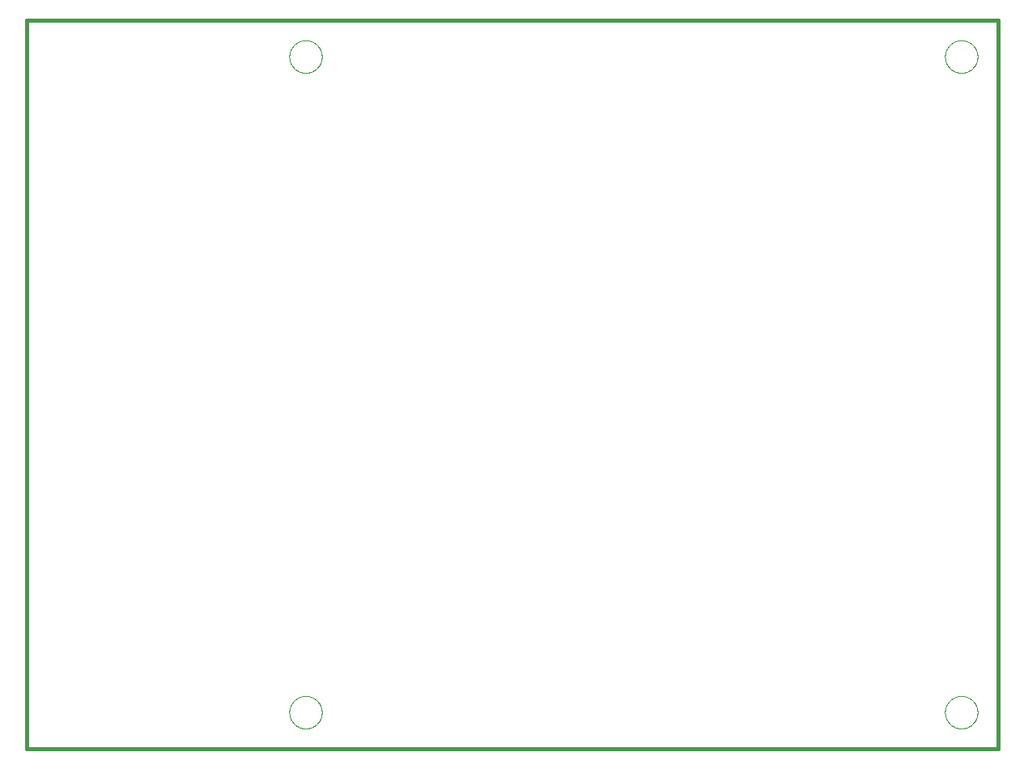
<source format=gko>
G75*
%MOIN*%
%OFA0B0*%
%FSLAX25Y25*%
%IPPOS*%
%LPD*%
%AMOC8*
5,1,8,0,0,1.08239X$1,22.5*
%
%ADD10C,0.00000*%
%ADD11C,0.01600*%
%ADD12C,0.01500*%
D10*
X0110800Y0016800D02*
X0110802Y0016964D01*
X0110808Y0017129D01*
X0110818Y0017293D01*
X0110832Y0017457D01*
X0110850Y0017620D01*
X0110873Y0017783D01*
X0110899Y0017945D01*
X0110929Y0018107D01*
X0110963Y0018268D01*
X0111001Y0018428D01*
X0111043Y0018587D01*
X0111088Y0018745D01*
X0111138Y0018902D01*
X0111192Y0019057D01*
X0111249Y0019211D01*
X0111310Y0019364D01*
X0111375Y0019515D01*
X0111443Y0019665D01*
X0111515Y0019812D01*
X0111591Y0019958D01*
X0111670Y0020102D01*
X0111753Y0020244D01*
X0111839Y0020384D01*
X0111929Y0020522D01*
X0112022Y0020658D01*
X0112119Y0020791D01*
X0112218Y0020922D01*
X0112321Y0021050D01*
X0112427Y0021176D01*
X0112536Y0021299D01*
X0112648Y0021420D01*
X0112762Y0021538D01*
X0112880Y0021652D01*
X0113001Y0021764D01*
X0113124Y0021873D01*
X0113250Y0021979D01*
X0113378Y0022082D01*
X0113509Y0022181D01*
X0113642Y0022278D01*
X0113778Y0022371D01*
X0113916Y0022461D01*
X0114056Y0022547D01*
X0114198Y0022630D01*
X0114342Y0022709D01*
X0114488Y0022785D01*
X0114635Y0022857D01*
X0114785Y0022925D01*
X0114936Y0022990D01*
X0115089Y0023051D01*
X0115243Y0023108D01*
X0115398Y0023162D01*
X0115555Y0023212D01*
X0115713Y0023257D01*
X0115872Y0023299D01*
X0116032Y0023337D01*
X0116193Y0023371D01*
X0116355Y0023401D01*
X0116517Y0023427D01*
X0116680Y0023450D01*
X0116843Y0023468D01*
X0117007Y0023482D01*
X0117171Y0023492D01*
X0117336Y0023498D01*
X0117500Y0023500D01*
X0117664Y0023498D01*
X0117829Y0023492D01*
X0117993Y0023482D01*
X0118157Y0023468D01*
X0118320Y0023450D01*
X0118483Y0023427D01*
X0118645Y0023401D01*
X0118807Y0023371D01*
X0118968Y0023337D01*
X0119128Y0023299D01*
X0119287Y0023257D01*
X0119445Y0023212D01*
X0119602Y0023162D01*
X0119757Y0023108D01*
X0119911Y0023051D01*
X0120064Y0022990D01*
X0120215Y0022925D01*
X0120365Y0022857D01*
X0120512Y0022785D01*
X0120658Y0022709D01*
X0120802Y0022630D01*
X0120944Y0022547D01*
X0121084Y0022461D01*
X0121222Y0022371D01*
X0121358Y0022278D01*
X0121491Y0022181D01*
X0121622Y0022082D01*
X0121750Y0021979D01*
X0121876Y0021873D01*
X0121999Y0021764D01*
X0122120Y0021652D01*
X0122238Y0021538D01*
X0122352Y0021420D01*
X0122464Y0021299D01*
X0122573Y0021176D01*
X0122679Y0021050D01*
X0122782Y0020922D01*
X0122881Y0020791D01*
X0122978Y0020658D01*
X0123071Y0020522D01*
X0123161Y0020384D01*
X0123247Y0020244D01*
X0123330Y0020102D01*
X0123409Y0019958D01*
X0123485Y0019812D01*
X0123557Y0019665D01*
X0123625Y0019515D01*
X0123690Y0019364D01*
X0123751Y0019211D01*
X0123808Y0019057D01*
X0123862Y0018902D01*
X0123912Y0018745D01*
X0123957Y0018587D01*
X0123999Y0018428D01*
X0124037Y0018268D01*
X0124071Y0018107D01*
X0124101Y0017945D01*
X0124127Y0017783D01*
X0124150Y0017620D01*
X0124168Y0017457D01*
X0124182Y0017293D01*
X0124192Y0017129D01*
X0124198Y0016964D01*
X0124200Y0016800D01*
X0124198Y0016636D01*
X0124192Y0016471D01*
X0124182Y0016307D01*
X0124168Y0016143D01*
X0124150Y0015980D01*
X0124127Y0015817D01*
X0124101Y0015655D01*
X0124071Y0015493D01*
X0124037Y0015332D01*
X0123999Y0015172D01*
X0123957Y0015013D01*
X0123912Y0014855D01*
X0123862Y0014698D01*
X0123808Y0014543D01*
X0123751Y0014389D01*
X0123690Y0014236D01*
X0123625Y0014085D01*
X0123557Y0013935D01*
X0123485Y0013788D01*
X0123409Y0013642D01*
X0123330Y0013498D01*
X0123247Y0013356D01*
X0123161Y0013216D01*
X0123071Y0013078D01*
X0122978Y0012942D01*
X0122881Y0012809D01*
X0122782Y0012678D01*
X0122679Y0012550D01*
X0122573Y0012424D01*
X0122464Y0012301D01*
X0122352Y0012180D01*
X0122238Y0012062D01*
X0122120Y0011948D01*
X0121999Y0011836D01*
X0121876Y0011727D01*
X0121750Y0011621D01*
X0121622Y0011518D01*
X0121491Y0011419D01*
X0121358Y0011322D01*
X0121222Y0011229D01*
X0121084Y0011139D01*
X0120944Y0011053D01*
X0120802Y0010970D01*
X0120658Y0010891D01*
X0120512Y0010815D01*
X0120365Y0010743D01*
X0120215Y0010675D01*
X0120064Y0010610D01*
X0119911Y0010549D01*
X0119757Y0010492D01*
X0119602Y0010438D01*
X0119445Y0010388D01*
X0119287Y0010343D01*
X0119128Y0010301D01*
X0118968Y0010263D01*
X0118807Y0010229D01*
X0118645Y0010199D01*
X0118483Y0010173D01*
X0118320Y0010150D01*
X0118157Y0010132D01*
X0117993Y0010118D01*
X0117829Y0010108D01*
X0117664Y0010102D01*
X0117500Y0010100D01*
X0117336Y0010102D01*
X0117171Y0010108D01*
X0117007Y0010118D01*
X0116843Y0010132D01*
X0116680Y0010150D01*
X0116517Y0010173D01*
X0116355Y0010199D01*
X0116193Y0010229D01*
X0116032Y0010263D01*
X0115872Y0010301D01*
X0115713Y0010343D01*
X0115555Y0010388D01*
X0115398Y0010438D01*
X0115243Y0010492D01*
X0115089Y0010549D01*
X0114936Y0010610D01*
X0114785Y0010675D01*
X0114635Y0010743D01*
X0114488Y0010815D01*
X0114342Y0010891D01*
X0114198Y0010970D01*
X0114056Y0011053D01*
X0113916Y0011139D01*
X0113778Y0011229D01*
X0113642Y0011322D01*
X0113509Y0011419D01*
X0113378Y0011518D01*
X0113250Y0011621D01*
X0113124Y0011727D01*
X0113001Y0011836D01*
X0112880Y0011948D01*
X0112762Y0012062D01*
X0112648Y0012180D01*
X0112536Y0012301D01*
X0112427Y0012424D01*
X0112321Y0012550D01*
X0112218Y0012678D01*
X0112119Y0012809D01*
X0112022Y0012942D01*
X0111929Y0013078D01*
X0111839Y0013216D01*
X0111753Y0013356D01*
X0111670Y0013498D01*
X0111591Y0013642D01*
X0111515Y0013788D01*
X0111443Y0013935D01*
X0111375Y0014085D01*
X0111310Y0014236D01*
X0111249Y0014389D01*
X0111192Y0014543D01*
X0111138Y0014698D01*
X0111088Y0014855D01*
X0111043Y0015013D01*
X0111001Y0015172D01*
X0110963Y0015332D01*
X0110929Y0015493D01*
X0110899Y0015655D01*
X0110873Y0015817D01*
X0110850Y0015980D01*
X0110832Y0016143D01*
X0110818Y0016307D01*
X0110808Y0016471D01*
X0110802Y0016636D01*
X0110800Y0016800D01*
X0380800Y0016800D02*
X0380802Y0016964D01*
X0380808Y0017129D01*
X0380818Y0017293D01*
X0380832Y0017457D01*
X0380850Y0017620D01*
X0380873Y0017783D01*
X0380899Y0017945D01*
X0380929Y0018107D01*
X0380963Y0018268D01*
X0381001Y0018428D01*
X0381043Y0018587D01*
X0381088Y0018745D01*
X0381138Y0018902D01*
X0381192Y0019057D01*
X0381249Y0019211D01*
X0381310Y0019364D01*
X0381375Y0019515D01*
X0381443Y0019665D01*
X0381515Y0019812D01*
X0381591Y0019958D01*
X0381670Y0020102D01*
X0381753Y0020244D01*
X0381839Y0020384D01*
X0381929Y0020522D01*
X0382022Y0020658D01*
X0382119Y0020791D01*
X0382218Y0020922D01*
X0382321Y0021050D01*
X0382427Y0021176D01*
X0382536Y0021299D01*
X0382648Y0021420D01*
X0382762Y0021538D01*
X0382880Y0021652D01*
X0383001Y0021764D01*
X0383124Y0021873D01*
X0383250Y0021979D01*
X0383378Y0022082D01*
X0383509Y0022181D01*
X0383642Y0022278D01*
X0383778Y0022371D01*
X0383916Y0022461D01*
X0384056Y0022547D01*
X0384198Y0022630D01*
X0384342Y0022709D01*
X0384488Y0022785D01*
X0384635Y0022857D01*
X0384785Y0022925D01*
X0384936Y0022990D01*
X0385089Y0023051D01*
X0385243Y0023108D01*
X0385398Y0023162D01*
X0385555Y0023212D01*
X0385713Y0023257D01*
X0385872Y0023299D01*
X0386032Y0023337D01*
X0386193Y0023371D01*
X0386355Y0023401D01*
X0386517Y0023427D01*
X0386680Y0023450D01*
X0386843Y0023468D01*
X0387007Y0023482D01*
X0387171Y0023492D01*
X0387336Y0023498D01*
X0387500Y0023500D01*
X0387664Y0023498D01*
X0387829Y0023492D01*
X0387993Y0023482D01*
X0388157Y0023468D01*
X0388320Y0023450D01*
X0388483Y0023427D01*
X0388645Y0023401D01*
X0388807Y0023371D01*
X0388968Y0023337D01*
X0389128Y0023299D01*
X0389287Y0023257D01*
X0389445Y0023212D01*
X0389602Y0023162D01*
X0389757Y0023108D01*
X0389911Y0023051D01*
X0390064Y0022990D01*
X0390215Y0022925D01*
X0390365Y0022857D01*
X0390512Y0022785D01*
X0390658Y0022709D01*
X0390802Y0022630D01*
X0390944Y0022547D01*
X0391084Y0022461D01*
X0391222Y0022371D01*
X0391358Y0022278D01*
X0391491Y0022181D01*
X0391622Y0022082D01*
X0391750Y0021979D01*
X0391876Y0021873D01*
X0391999Y0021764D01*
X0392120Y0021652D01*
X0392238Y0021538D01*
X0392352Y0021420D01*
X0392464Y0021299D01*
X0392573Y0021176D01*
X0392679Y0021050D01*
X0392782Y0020922D01*
X0392881Y0020791D01*
X0392978Y0020658D01*
X0393071Y0020522D01*
X0393161Y0020384D01*
X0393247Y0020244D01*
X0393330Y0020102D01*
X0393409Y0019958D01*
X0393485Y0019812D01*
X0393557Y0019665D01*
X0393625Y0019515D01*
X0393690Y0019364D01*
X0393751Y0019211D01*
X0393808Y0019057D01*
X0393862Y0018902D01*
X0393912Y0018745D01*
X0393957Y0018587D01*
X0393999Y0018428D01*
X0394037Y0018268D01*
X0394071Y0018107D01*
X0394101Y0017945D01*
X0394127Y0017783D01*
X0394150Y0017620D01*
X0394168Y0017457D01*
X0394182Y0017293D01*
X0394192Y0017129D01*
X0394198Y0016964D01*
X0394200Y0016800D01*
X0394198Y0016636D01*
X0394192Y0016471D01*
X0394182Y0016307D01*
X0394168Y0016143D01*
X0394150Y0015980D01*
X0394127Y0015817D01*
X0394101Y0015655D01*
X0394071Y0015493D01*
X0394037Y0015332D01*
X0393999Y0015172D01*
X0393957Y0015013D01*
X0393912Y0014855D01*
X0393862Y0014698D01*
X0393808Y0014543D01*
X0393751Y0014389D01*
X0393690Y0014236D01*
X0393625Y0014085D01*
X0393557Y0013935D01*
X0393485Y0013788D01*
X0393409Y0013642D01*
X0393330Y0013498D01*
X0393247Y0013356D01*
X0393161Y0013216D01*
X0393071Y0013078D01*
X0392978Y0012942D01*
X0392881Y0012809D01*
X0392782Y0012678D01*
X0392679Y0012550D01*
X0392573Y0012424D01*
X0392464Y0012301D01*
X0392352Y0012180D01*
X0392238Y0012062D01*
X0392120Y0011948D01*
X0391999Y0011836D01*
X0391876Y0011727D01*
X0391750Y0011621D01*
X0391622Y0011518D01*
X0391491Y0011419D01*
X0391358Y0011322D01*
X0391222Y0011229D01*
X0391084Y0011139D01*
X0390944Y0011053D01*
X0390802Y0010970D01*
X0390658Y0010891D01*
X0390512Y0010815D01*
X0390365Y0010743D01*
X0390215Y0010675D01*
X0390064Y0010610D01*
X0389911Y0010549D01*
X0389757Y0010492D01*
X0389602Y0010438D01*
X0389445Y0010388D01*
X0389287Y0010343D01*
X0389128Y0010301D01*
X0388968Y0010263D01*
X0388807Y0010229D01*
X0388645Y0010199D01*
X0388483Y0010173D01*
X0388320Y0010150D01*
X0388157Y0010132D01*
X0387993Y0010118D01*
X0387829Y0010108D01*
X0387664Y0010102D01*
X0387500Y0010100D01*
X0387336Y0010102D01*
X0387171Y0010108D01*
X0387007Y0010118D01*
X0386843Y0010132D01*
X0386680Y0010150D01*
X0386517Y0010173D01*
X0386355Y0010199D01*
X0386193Y0010229D01*
X0386032Y0010263D01*
X0385872Y0010301D01*
X0385713Y0010343D01*
X0385555Y0010388D01*
X0385398Y0010438D01*
X0385243Y0010492D01*
X0385089Y0010549D01*
X0384936Y0010610D01*
X0384785Y0010675D01*
X0384635Y0010743D01*
X0384488Y0010815D01*
X0384342Y0010891D01*
X0384198Y0010970D01*
X0384056Y0011053D01*
X0383916Y0011139D01*
X0383778Y0011229D01*
X0383642Y0011322D01*
X0383509Y0011419D01*
X0383378Y0011518D01*
X0383250Y0011621D01*
X0383124Y0011727D01*
X0383001Y0011836D01*
X0382880Y0011948D01*
X0382762Y0012062D01*
X0382648Y0012180D01*
X0382536Y0012301D01*
X0382427Y0012424D01*
X0382321Y0012550D01*
X0382218Y0012678D01*
X0382119Y0012809D01*
X0382022Y0012942D01*
X0381929Y0013078D01*
X0381839Y0013216D01*
X0381753Y0013356D01*
X0381670Y0013498D01*
X0381591Y0013642D01*
X0381515Y0013788D01*
X0381443Y0013935D01*
X0381375Y0014085D01*
X0381310Y0014236D01*
X0381249Y0014389D01*
X0381192Y0014543D01*
X0381138Y0014698D01*
X0381088Y0014855D01*
X0381043Y0015013D01*
X0381001Y0015172D01*
X0380963Y0015332D01*
X0380929Y0015493D01*
X0380899Y0015655D01*
X0380873Y0015817D01*
X0380850Y0015980D01*
X0380832Y0016143D01*
X0380818Y0016307D01*
X0380808Y0016471D01*
X0380802Y0016636D01*
X0380800Y0016800D01*
X0380800Y0286800D02*
X0380802Y0286964D01*
X0380808Y0287129D01*
X0380818Y0287293D01*
X0380832Y0287457D01*
X0380850Y0287620D01*
X0380873Y0287783D01*
X0380899Y0287945D01*
X0380929Y0288107D01*
X0380963Y0288268D01*
X0381001Y0288428D01*
X0381043Y0288587D01*
X0381088Y0288745D01*
X0381138Y0288902D01*
X0381192Y0289057D01*
X0381249Y0289211D01*
X0381310Y0289364D01*
X0381375Y0289515D01*
X0381443Y0289665D01*
X0381515Y0289812D01*
X0381591Y0289958D01*
X0381670Y0290102D01*
X0381753Y0290244D01*
X0381839Y0290384D01*
X0381929Y0290522D01*
X0382022Y0290658D01*
X0382119Y0290791D01*
X0382218Y0290922D01*
X0382321Y0291050D01*
X0382427Y0291176D01*
X0382536Y0291299D01*
X0382648Y0291420D01*
X0382762Y0291538D01*
X0382880Y0291652D01*
X0383001Y0291764D01*
X0383124Y0291873D01*
X0383250Y0291979D01*
X0383378Y0292082D01*
X0383509Y0292181D01*
X0383642Y0292278D01*
X0383778Y0292371D01*
X0383916Y0292461D01*
X0384056Y0292547D01*
X0384198Y0292630D01*
X0384342Y0292709D01*
X0384488Y0292785D01*
X0384635Y0292857D01*
X0384785Y0292925D01*
X0384936Y0292990D01*
X0385089Y0293051D01*
X0385243Y0293108D01*
X0385398Y0293162D01*
X0385555Y0293212D01*
X0385713Y0293257D01*
X0385872Y0293299D01*
X0386032Y0293337D01*
X0386193Y0293371D01*
X0386355Y0293401D01*
X0386517Y0293427D01*
X0386680Y0293450D01*
X0386843Y0293468D01*
X0387007Y0293482D01*
X0387171Y0293492D01*
X0387336Y0293498D01*
X0387500Y0293500D01*
X0387664Y0293498D01*
X0387829Y0293492D01*
X0387993Y0293482D01*
X0388157Y0293468D01*
X0388320Y0293450D01*
X0388483Y0293427D01*
X0388645Y0293401D01*
X0388807Y0293371D01*
X0388968Y0293337D01*
X0389128Y0293299D01*
X0389287Y0293257D01*
X0389445Y0293212D01*
X0389602Y0293162D01*
X0389757Y0293108D01*
X0389911Y0293051D01*
X0390064Y0292990D01*
X0390215Y0292925D01*
X0390365Y0292857D01*
X0390512Y0292785D01*
X0390658Y0292709D01*
X0390802Y0292630D01*
X0390944Y0292547D01*
X0391084Y0292461D01*
X0391222Y0292371D01*
X0391358Y0292278D01*
X0391491Y0292181D01*
X0391622Y0292082D01*
X0391750Y0291979D01*
X0391876Y0291873D01*
X0391999Y0291764D01*
X0392120Y0291652D01*
X0392238Y0291538D01*
X0392352Y0291420D01*
X0392464Y0291299D01*
X0392573Y0291176D01*
X0392679Y0291050D01*
X0392782Y0290922D01*
X0392881Y0290791D01*
X0392978Y0290658D01*
X0393071Y0290522D01*
X0393161Y0290384D01*
X0393247Y0290244D01*
X0393330Y0290102D01*
X0393409Y0289958D01*
X0393485Y0289812D01*
X0393557Y0289665D01*
X0393625Y0289515D01*
X0393690Y0289364D01*
X0393751Y0289211D01*
X0393808Y0289057D01*
X0393862Y0288902D01*
X0393912Y0288745D01*
X0393957Y0288587D01*
X0393999Y0288428D01*
X0394037Y0288268D01*
X0394071Y0288107D01*
X0394101Y0287945D01*
X0394127Y0287783D01*
X0394150Y0287620D01*
X0394168Y0287457D01*
X0394182Y0287293D01*
X0394192Y0287129D01*
X0394198Y0286964D01*
X0394200Y0286800D01*
X0394198Y0286636D01*
X0394192Y0286471D01*
X0394182Y0286307D01*
X0394168Y0286143D01*
X0394150Y0285980D01*
X0394127Y0285817D01*
X0394101Y0285655D01*
X0394071Y0285493D01*
X0394037Y0285332D01*
X0393999Y0285172D01*
X0393957Y0285013D01*
X0393912Y0284855D01*
X0393862Y0284698D01*
X0393808Y0284543D01*
X0393751Y0284389D01*
X0393690Y0284236D01*
X0393625Y0284085D01*
X0393557Y0283935D01*
X0393485Y0283788D01*
X0393409Y0283642D01*
X0393330Y0283498D01*
X0393247Y0283356D01*
X0393161Y0283216D01*
X0393071Y0283078D01*
X0392978Y0282942D01*
X0392881Y0282809D01*
X0392782Y0282678D01*
X0392679Y0282550D01*
X0392573Y0282424D01*
X0392464Y0282301D01*
X0392352Y0282180D01*
X0392238Y0282062D01*
X0392120Y0281948D01*
X0391999Y0281836D01*
X0391876Y0281727D01*
X0391750Y0281621D01*
X0391622Y0281518D01*
X0391491Y0281419D01*
X0391358Y0281322D01*
X0391222Y0281229D01*
X0391084Y0281139D01*
X0390944Y0281053D01*
X0390802Y0280970D01*
X0390658Y0280891D01*
X0390512Y0280815D01*
X0390365Y0280743D01*
X0390215Y0280675D01*
X0390064Y0280610D01*
X0389911Y0280549D01*
X0389757Y0280492D01*
X0389602Y0280438D01*
X0389445Y0280388D01*
X0389287Y0280343D01*
X0389128Y0280301D01*
X0388968Y0280263D01*
X0388807Y0280229D01*
X0388645Y0280199D01*
X0388483Y0280173D01*
X0388320Y0280150D01*
X0388157Y0280132D01*
X0387993Y0280118D01*
X0387829Y0280108D01*
X0387664Y0280102D01*
X0387500Y0280100D01*
X0387336Y0280102D01*
X0387171Y0280108D01*
X0387007Y0280118D01*
X0386843Y0280132D01*
X0386680Y0280150D01*
X0386517Y0280173D01*
X0386355Y0280199D01*
X0386193Y0280229D01*
X0386032Y0280263D01*
X0385872Y0280301D01*
X0385713Y0280343D01*
X0385555Y0280388D01*
X0385398Y0280438D01*
X0385243Y0280492D01*
X0385089Y0280549D01*
X0384936Y0280610D01*
X0384785Y0280675D01*
X0384635Y0280743D01*
X0384488Y0280815D01*
X0384342Y0280891D01*
X0384198Y0280970D01*
X0384056Y0281053D01*
X0383916Y0281139D01*
X0383778Y0281229D01*
X0383642Y0281322D01*
X0383509Y0281419D01*
X0383378Y0281518D01*
X0383250Y0281621D01*
X0383124Y0281727D01*
X0383001Y0281836D01*
X0382880Y0281948D01*
X0382762Y0282062D01*
X0382648Y0282180D01*
X0382536Y0282301D01*
X0382427Y0282424D01*
X0382321Y0282550D01*
X0382218Y0282678D01*
X0382119Y0282809D01*
X0382022Y0282942D01*
X0381929Y0283078D01*
X0381839Y0283216D01*
X0381753Y0283356D01*
X0381670Y0283498D01*
X0381591Y0283642D01*
X0381515Y0283788D01*
X0381443Y0283935D01*
X0381375Y0284085D01*
X0381310Y0284236D01*
X0381249Y0284389D01*
X0381192Y0284543D01*
X0381138Y0284698D01*
X0381088Y0284855D01*
X0381043Y0285013D01*
X0381001Y0285172D01*
X0380963Y0285332D01*
X0380929Y0285493D01*
X0380899Y0285655D01*
X0380873Y0285817D01*
X0380850Y0285980D01*
X0380832Y0286143D01*
X0380818Y0286307D01*
X0380808Y0286471D01*
X0380802Y0286636D01*
X0380800Y0286800D01*
X0110800Y0286800D02*
X0110802Y0286964D01*
X0110808Y0287129D01*
X0110818Y0287293D01*
X0110832Y0287457D01*
X0110850Y0287620D01*
X0110873Y0287783D01*
X0110899Y0287945D01*
X0110929Y0288107D01*
X0110963Y0288268D01*
X0111001Y0288428D01*
X0111043Y0288587D01*
X0111088Y0288745D01*
X0111138Y0288902D01*
X0111192Y0289057D01*
X0111249Y0289211D01*
X0111310Y0289364D01*
X0111375Y0289515D01*
X0111443Y0289665D01*
X0111515Y0289812D01*
X0111591Y0289958D01*
X0111670Y0290102D01*
X0111753Y0290244D01*
X0111839Y0290384D01*
X0111929Y0290522D01*
X0112022Y0290658D01*
X0112119Y0290791D01*
X0112218Y0290922D01*
X0112321Y0291050D01*
X0112427Y0291176D01*
X0112536Y0291299D01*
X0112648Y0291420D01*
X0112762Y0291538D01*
X0112880Y0291652D01*
X0113001Y0291764D01*
X0113124Y0291873D01*
X0113250Y0291979D01*
X0113378Y0292082D01*
X0113509Y0292181D01*
X0113642Y0292278D01*
X0113778Y0292371D01*
X0113916Y0292461D01*
X0114056Y0292547D01*
X0114198Y0292630D01*
X0114342Y0292709D01*
X0114488Y0292785D01*
X0114635Y0292857D01*
X0114785Y0292925D01*
X0114936Y0292990D01*
X0115089Y0293051D01*
X0115243Y0293108D01*
X0115398Y0293162D01*
X0115555Y0293212D01*
X0115713Y0293257D01*
X0115872Y0293299D01*
X0116032Y0293337D01*
X0116193Y0293371D01*
X0116355Y0293401D01*
X0116517Y0293427D01*
X0116680Y0293450D01*
X0116843Y0293468D01*
X0117007Y0293482D01*
X0117171Y0293492D01*
X0117336Y0293498D01*
X0117500Y0293500D01*
X0117664Y0293498D01*
X0117829Y0293492D01*
X0117993Y0293482D01*
X0118157Y0293468D01*
X0118320Y0293450D01*
X0118483Y0293427D01*
X0118645Y0293401D01*
X0118807Y0293371D01*
X0118968Y0293337D01*
X0119128Y0293299D01*
X0119287Y0293257D01*
X0119445Y0293212D01*
X0119602Y0293162D01*
X0119757Y0293108D01*
X0119911Y0293051D01*
X0120064Y0292990D01*
X0120215Y0292925D01*
X0120365Y0292857D01*
X0120512Y0292785D01*
X0120658Y0292709D01*
X0120802Y0292630D01*
X0120944Y0292547D01*
X0121084Y0292461D01*
X0121222Y0292371D01*
X0121358Y0292278D01*
X0121491Y0292181D01*
X0121622Y0292082D01*
X0121750Y0291979D01*
X0121876Y0291873D01*
X0121999Y0291764D01*
X0122120Y0291652D01*
X0122238Y0291538D01*
X0122352Y0291420D01*
X0122464Y0291299D01*
X0122573Y0291176D01*
X0122679Y0291050D01*
X0122782Y0290922D01*
X0122881Y0290791D01*
X0122978Y0290658D01*
X0123071Y0290522D01*
X0123161Y0290384D01*
X0123247Y0290244D01*
X0123330Y0290102D01*
X0123409Y0289958D01*
X0123485Y0289812D01*
X0123557Y0289665D01*
X0123625Y0289515D01*
X0123690Y0289364D01*
X0123751Y0289211D01*
X0123808Y0289057D01*
X0123862Y0288902D01*
X0123912Y0288745D01*
X0123957Y0288587D01*
X0123999Y0288428D01*
X0124037Y0288268D01*
X0124071Y0288107D01*
X0124101Y0287945D01*
X0124127Y0287783D01*
X0124150Y0287620D01*
X0124168Y0287457D01*
X0124182Y0287293D01*
X0124192Y0287129D01*
X0124198Y0286964D01*
X0124200Y0286800D01*
X0124198Y0286636D01*
X0124192Y0286471D01*
X0124182Y0286307D01*
X0124168Y0286143D01*
X0124150Y0285980D01*
X0124127Y0285817D01*
X0124101Y0285655D01*
X0124071Y0285493D01*
X0124037Y0285332D01*
X0123999Y0285172D01*
X0123957Y0285013D01*
X0123912Y0284855D01*
X0123862Y0284698D01*
X0123808Y0284543D01*
X0123751Y0284389D01*
X0123690Y0284236D01*
X0123625Y0284085D01*
X0123557Y0283935D01*
X0123485Y0283788D01*
X0123409Y0283642D01*
X0123330Y0283498D01*
X0123247Y0283356D01*
X0123161Y0283216D01*
X0123071Y0283078D01*
X0122978Y0282942D01*
X0122881Y0282809D01*
X0122782Y0282678D01*
X0122679Y0282550D01*
X0122573Y0282424D01*
X0122464Y0282301D01*
X0122352Y0282180D01*
X0122238Y0282062D01*
X0122120Y0281948D01*
X0121999Y0281836D01*
X0121876Y0281727D01*
X0121750Y0281621D01*
X0121622Y0281518D01*
X0121491Y0281419D01*
X0121358Y0281322D01*
X0121222Y0281229D01*
X0121084Y0281139D01*
X0120944Y0281053D01*
X0120802Y0280970D01*
X0120658Y0280891D01*
X0120512Y0280815D01*
X0120365Y0280743D01*
X0120215Y0280675D01*
X0120064Y0280610D01*
X0119911Y0280549D01*
X0119757Y0280492D01*
X0119602Y0280438D01*
X0119445Y0280388D01*
X0119287Y0280343D01*
X0119128Y0280301D01*
X0118968Y0280263D01*
X0118807Y0280229D01*
X0118645Y0280199D01*
X0118483Y0280173D01*
X0118320Y0280150D01*
X0118157Y0280132D01*
X0117993Y0280118D01*
X0117829Y0280108D01*
X0117664Y0280102D01*
X0117500Y0280100D01*
X0117336Y0280102D01*
X0117171Y0280108D01*
X0117007Y0280118D01*
X0116843Y0280132D01*
X0116680Y0280150D01*
X0116517Y0280173D01*
X0116355Y0280199D01*
X0116193Y0280229D01*
X0116032Y0280263D01*
X0115872Y0280301D01*
X0115713Y0280343D01*
X0115555Y0280388D01*
X0115398Y0280438D01*
X0115243Y0280492D01*
X0115089Y0280549D01*
X0114936Y0280610D01*
X0114785Y0280675D01*
X0114635Y0280743D01*
X0114488Y0280815D01*
X0114342Y0280891D01*
X0114198Y0280970D01*
X0114056Y0281053D01*
X0113916Y0281139D01*
X0113778Y0281229D01*
X0113642Y0281322D01*
X0113509Y0281419D01*
X0113378Y0281518D01*
X0113250Y0281621D01*
X0113124Y0281727D01*
X0113001Y0281836D01*
X0112880Y0281948D01*
X0112762Y0282062D01*
X0112648Y0282180D01*
X0112536Y0282301D01*
X0112427Y0282424D01*
X0112321Y0282550D01*
X0112218Y0282678D01*
X0112119Y0282809D01*
X0112022Y0282942D01*
X0111929Y0283078D01*
X0111839Y0283216D01*
X0111753Y0283356D01*
X0111670Y0283498D01*
X0111591Y0283642D01*
X0111515Y0283788D01*
X0111443Y0283935D01*
X0111375Y0284085D01*
X0111310Y0284236D01*
X0111249Y0284389D01*
X0111192Y0284543D01*
X0111138Y0284698D01*
X0111088Y0284855D01*
X0111043Y0285013D01*
X0111001Y0285172D01*
X0110963Y0285332D01*
X0110929Y0285493D01*
X0110899Y0285655D01*
X0110873Y0285817D01*
X0110850Y0285980D01*
X0110832Y0286143D01*
X0110818Y0286307D01*
X0110808Y0286471D01*
X0110802Y0286636D01*
X0110800Y0286800D01*
D11*
X0002500Y0001800D02*
X0402500Y0001800D01*
D12*
X0002500Y0001800D02*
X0002500Y0301800D01*
X0402500Y0301800D01*
X0402500Y0001800D01*
M02*

</source>
